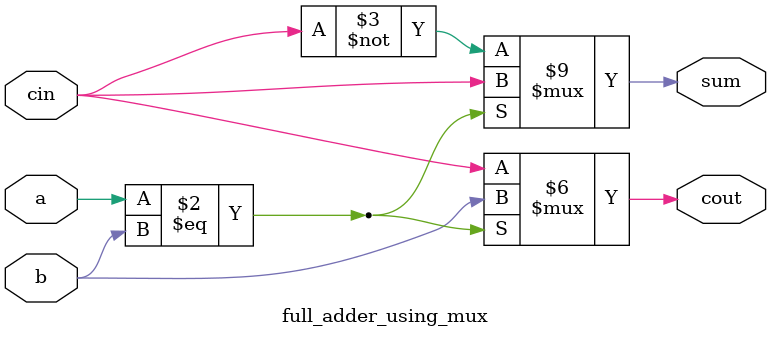
<source format=v>
module full_adder_using_mux(sum,cout,a,b,cin);

input wire a,b,cin;
output reg sum,cout;

always@(*)begin
if(a==b)begin
sum = cin;
cout = b;
end else begin
sum = ~cin;
cout = ~sum;
end
end
endmodule

</source>
